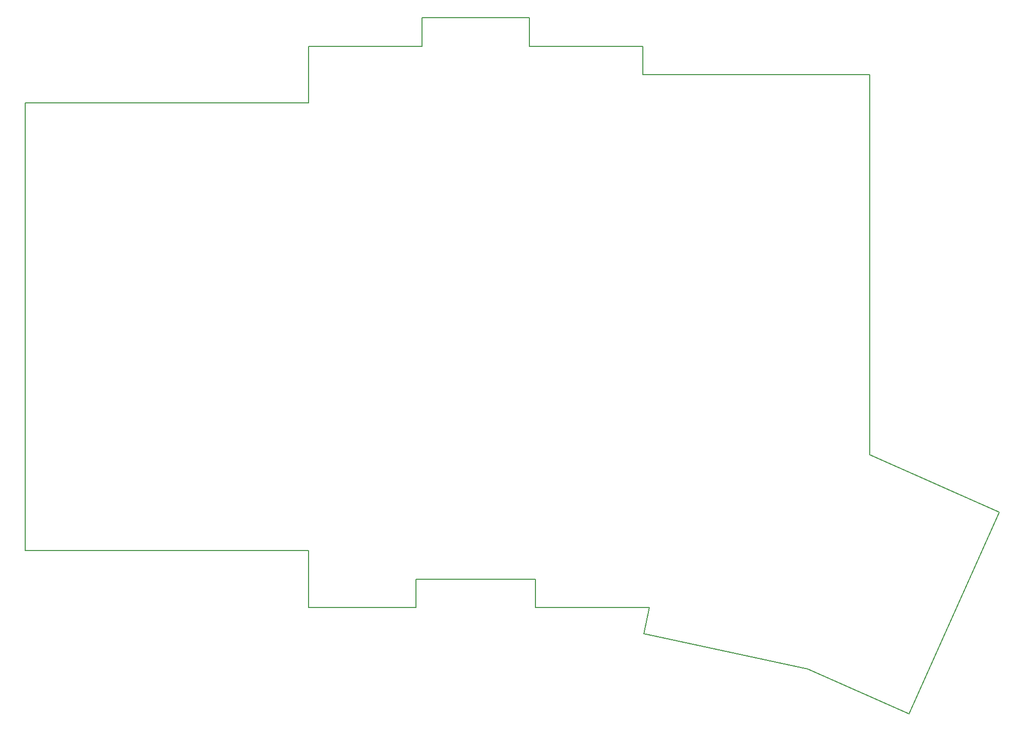
<source format=gbr>
%TF.GenerationSoftware,KiCad,Pcbnew,5.1.10*%
%TF.CreationDate,2021-05-29T15:16:00+02:00*%
%TF.ProjectId,pcb,7063622e-6b69-4636-9164-5f7063625858,rev?*%
%TF.SameCoordinates,Original*%
%TF.FileFunction,Profile,NP*%
%FSLAX46Y46*%
G04 Gerber Fmt 4.6, Leading zero omitted, Abs format (unit mm)*
G04 Created by KiCad (PCBNEW 5.1.10) date 2021-05-29 15:16:00*
%MOMM*%
%LPD*%
G01*
G04 APERTURE LIST*
%TA.AperFunction,Profile*%
%ADD10C,0.200000*%
%TD*%
G04 APERTURE END LIST*
D10*
X129197000Y-159049413D02*
X110030000Y-159049413D01*
X172746000Y-176950513D02*
X172746000Y-176950513D01*
X90980000Y-64799413D02*
X90980000Y-64799413D01*
X90980000Y-60036913D02*
X90980000Y-60036913D01*
X129197000Y-159049413D02*
X129197000Y-159049413D01*
X24305000Y-149524413D02*
X24305000Y-149524413D01*
X109030000Y-64799413D02*
X109030000Y-64799413D01*
X128249000Y-163510513D02*
X128249000Y-163510513D01*
X89980000Y-154286913D02*
X89980000Y-154286913D01*
X71930000Y-159049413D02*
X71930000Y-159049413D01*
X109030000Y-60036913D02*
X109030000Y-60036913D01*
X24305000Y-149524413D02*
X24305000Y-149524413D01*
X89980000Y-159049413D02*
X89980000Y-159049413D01*
X89980000Y-159049413D02*
X89980000Y-159049413D01*
X71930000Y-149524413D02*
X71930000Y-149524413D01*
X110030000Y-159049413D02*
X110030000Y-159049413D01*
X71930000Y-159049413D02*
X71930000Y-159049413D01*
X110030000Y-159049413D02*
X110030000Y-159049413D01*
X109030000Y-60036913D02*
X109030000Y-60036913D01*
X71930000Y-64799413D02*
X71930000Y-64799413D01*
X89980000Y-154286913D02*
X89980000Y-154286913D01*
X129197000Y-159049413D02*
X129197000Y-159049413D01*
X166180000Y-69561913D02*
X166180000Y-69561913D01*
X109030000Y-64799413D02*
X109030000Y-64799413D01*
X71930000Y-74324413D02*
X71930000Y-74324413D01*
X166180000Y-133377414D02*
X166180000Y-133377414D01*
X110030000Y-154286913D02*
X89980000Y-154286913D01*
X128080000Y-64799413D02*
X128080000Y-64799413D01*
X71930000Y-74324413D02*
X71930000Y-64799413D01*
X187886000Y-143080603D02*
X187886000Y-143080603D01*
X89980000Y-154286913D02*
X89980000Y-159049413D01*
X90980000Y-60036913D02*
X109030000Y-60036913D01*
X166180000Y-133377414D02*
X166180000Y-133377414D01*
X128080000Y-69561913D02*
X128080000Y-69561913D01*
X71930000Y-149524413D02*
X24305000Y-149524413D01*
X172746000Y-176950513D02*
X172746000Y-176950513D01*
X155762000Y-169358613D02*
X155762000Y-169358613D01*
X155762000Y-169358613D02*
X155762000Y-169358613D01*
X166180000Y-69561913D02*
X166180000Y-133377414D01*
X89980000Y-159049413D02*
X71930000Y-159049413D01*
X128080000Y-69561913D02*
X166180000Y-69561913D01*
X166180000Y-69561913D02*
X166180000Y-69561913D01*
X24305000Y-74324413D02*
X24305000Y-74324413D01*
X128080000Y-69561913D02*
X128080000Y-69561913D01*
X71930000Y-64799413D02*
X71930000Y-64799413D01*
X90980000Y-60036913D02*
X90980000Y-60036913D01*
X90980000Y-64799413D02*
X90980000Y-60036913D01*
X71930000Y-74324413D02*
X71930000Y-74324413D01*
X128080000Y-64799413D02*
X128080000Y-64799413D01*
X90980000Y-64799413D02*
X90980000Y-64799413D01*
X24305000Y-149524413D02*
X24305000Y-74324413D01*
X166180000Y-133377414D02*
X187886000Y-143080603D01*
X71930000Y-159049413D02*
X71930000Y-149524413D01*
X110030000Y-154286913D02*
X110030000Y-154286913D01*
X187886000Y-143080603D02*
X187886000Y-143080603D01*
X172746000Y-176950513D02*
X155762000Y-169358613D01*
X110030000Y-159049413D02*
X110030000Y-154286913D01*
X109030000Y-64799413D02*
X128080000Y-64799413D01*
X187886000Y-143080603D02*
X172746000Y-176950513D01*
X24305000Y-74324413D02*
X24305000Y-74324413D01*
X110030000Y-154286913D02*
X110030000Y-154286913D01*
X109030000Y-60036913D02*
X109030000Y-64799413D01*
X155762000Y-169358613D02*
X128249000Y-163510513D01*
X128249000Y-163510513D02*
X128249000Y-163510513D01*
X71930000Y-149524413D02*
X71930000Y-149524413D01*
X71930000Y-64799413D02*
X90980000Y-64799413D01*
X128080000Y-64799413D02*
X128080000Y-69561913D01*
X24305000Y-74324413D02*
X71930000Y-74324413D01*
X128249000Y-163510513D02*
X129197000Y-159049413D01*
M02*

</source>
